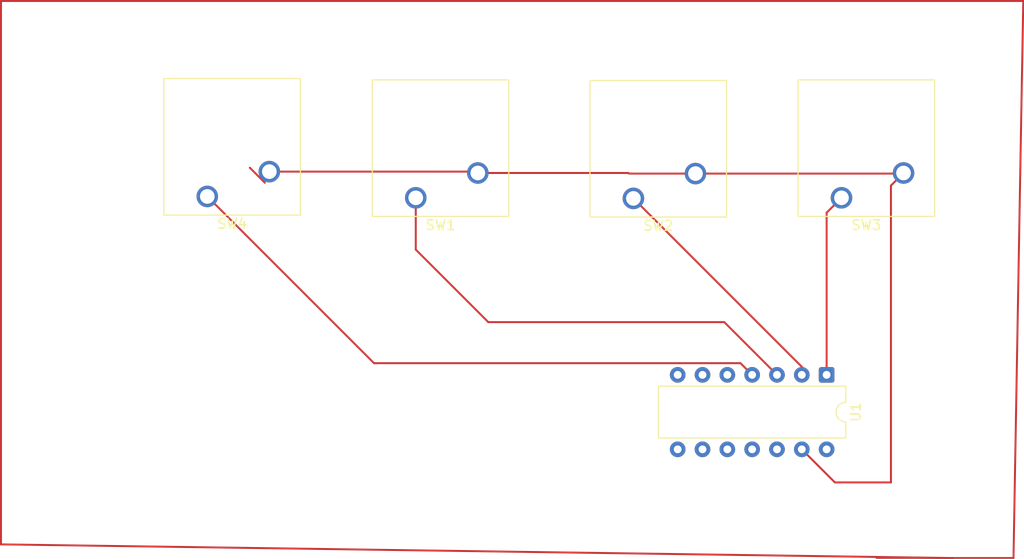
<source format=kicad_pcb>
(kicad_pcb (version 20241229) (generator "pcbnew") (generator_version "9.0")
  (layers (0 "F.Cu" signal) (2 "B.Cu" signal) (13 "F.Paste" user) (15 "B.Paste" user) (5 "F.SilkS" user "F.Silkscreen") (7 "B.SilkS" user "B.Silkscreen") (1 "F.Mask" user) (3 "B.Mask" user) (25 "Edge.Cuts" user))
  (net 0 "")
  (net 1 "Net-(U1-GND)")
  (net 2 "Net-(U1-PA10_A2_D2)")
  (net 3 "Net-(U1-PA4_A1_D1)")
  (net 4 "Net-(U1-PA02_A0_D0)")
  (net 5 "Net-(U1-PA11_A3_D3)")
  (footprint "Button_Switch_Keyboard:SW_Cherry_MX_1.00u_PCB" (layer "F.Cu") (at 129.64 90.54 180)
    (property "Reference" "SW1" (at -2.54 -2.794 0) (layer "F.SilkS"))
    (property "Value" "SW_Push")
    (fp_line (start 4.445 12.065) (end -9.525 12.065) (stroke (width 0.12)) (layer "F.SilkS"))
    (fp_line (start 4.445 -1.905) (end 4.445 12.065) (stroke (width 0.12)) (layer "F.SilkS"))
    (fp_line (start -9.525 12.065) (end -9.525 -1.905) (stroke (width 0.12)) (layer "F.SilkS"))
    (fp_line (start -9.525 -1.905) (end 4.445 -1.905) (stroke (width 0.12)) (layer "F.SilkS"))
    (pad "" np_thru_hole circle (at -7.62 5.08 180) (size 1.7 1.7) (drill 1.7) (layers "*.Cu" "*.Mask"))
    (pad "" np_thru_hole circle (at -2.54 5.08 180) (size 4 4) (drill 4) (layers "*.Cu" "*.Mask"))
    (pad "" np_thru_hole circle (at 2.54 5.08 180) (size 1.7 1.7) (drill 1.7) (layers "*.Cu" "*.Mask"))
    (pad "1" thru_hole circle (at 0 0 180) (size 2.2 2.2) (drill 1.5) (layers "*.Cu" "*.Mask") (net 2 "Net-(U1-PA10_A2_D2)"))
    (pad "2" thru_hole circle (at -6.35 2.54 180) (size 2.2 2.2) (drill 1.5) (layers "*.Cu" "*.Mask") (net 1 "Net-(U1-GND)"))
  )
  (footprint "Button_Switch_Keyboard:SW_Cherry_MX_1.00u_PCB" (layer "F.Cu") (at 173.2 90.54 180)
    (property "Reference" "SW3" (at -2.54 -2.794 0) (layer "F.SilkS"))
    (property "Value" "SW_Push")
    (fp_line (start 4.445 12.065) (end -9.525 12.065) (stroke (width 0.12)) (layer "F.SilkS"))
    (fp_line (start 4.445 -1.905) (end 4.445 12.065) (stroke (width 0.12)) (layer "F.SilkS"))
    (fp_line (start -9.525 12.065) (end -9.525 -1.905) (stroke (width 0.12)) (layer "F.SilkS"))
    (fp_line (start -9.525 -1.905) (end 4.445 -1.905) (stroke (width 0.12)) (layer "F.SilkS"))
    (pad "" np_thru_hole circle (at -7.62 5.08 180) (size 1.7 1.7) (drill 1.7) (layers "*.Cu" "*.Mask"))
    (pad "" np_thru_hole circle (at -2.54 5.08 180) (size 4 4) (drill 4) (layers "*.Cu" "*.Mask"))
    (pad "" np_thru_hole circle (at 2.54 5.08 180) (size 1.7 1.7) (drill 1.7) (layers "*.Cu" "*.Mask"))
    (pad "1" thru_hole circle (at 0 0 180) (size 2.2 2.2) (drill 1.5) (layers "*.Cu" "*.Mask") (net 4 "Net-(U1-PA02_A0_D0)"))
    (pad "2" thru_hole circle (at -6.35 2.54 180) (size 2.2 2.2) (drill 1.5) (layers "*.Cu" "*.Mask") (net 1 "Net-(U1-GND)"))
  )
  (footprint "Button_Switch_Keyboard:SW_Cherry_MX_1.00u_PCB" (layer "F.Cu") (at 151.91 90.6 180)
    (property "Reference" "SW2" (at -2.54 -2.794 0) (layer "F.SilkS"))
    (property "Value" "SW_Push")
    (fp_line (start 4.445 12.065) (end -9.525 12.065) (stroke (width 0.12)) (layer "F.SilkS"))
    (fp_line (start 4.445 -1.905) (end 4.445 12.065) (stroke (width 0.12)) (layer "F.SilkS"))
    (fp_line (start -9.525 12.065) (end -9.525 -1.905) (stroke (width 0.12)) (layer "F.SilkS"))
    (fp_line (start -9.525 -1.905) (end 4.445 -1.905) (stroke (width 0.12)) (layer "F.SilkS"))
    (pad "" np_thru_hole circle (at -7.62 5.08 180) (size 1.7 1.7) (drill 1.7) (layers "*.Cu" "*.Mask"))
    (pad "" np_thru_hole circle (at -2.54 5.08 180) (size 4 4) (drill 4) (layers "*.Cu" "*.Mask"))
    (pad "" np_thru_hole circle (at 2.54 5.08 180) (size 1.7 1.7) (drill 1.7) (layers "*.Cu" "*.Mask"))
    (pad "1" thru_hole circle (at 0 0 180) (size 2.2 2.2) (drill 1.5) (layers "*.Cu" "*.Mask") (net 3 "Net-(U1-PA4_A1_D1)"))
    (pad "2" thru_hole circle (at -6.35 2.54 180) (size 2.2 2.2) (drill 1.5) (layers "*.Cu" "*.Mask") (net 1 "Net-(U1-GND)"))
  )
  (footprint "Package_DIP:CERDIP-14_W7.62mm_SideBrazed" (layer "F.Cu") (at 171.68 108.655 -90)
    (property "Reference" "U1" (at 3.81 -2.965 90) (layer "F.SilkS"))
    (property "Value" "MOUDLE-SEEEDUINO-XIAO" (hide yes))
    (fp_line (start 1.16 17.205) (end 6.46 17.205) (stroke (width 0.12)) (layer "F.SilkS"))
    (fp_line (start 6.46 17.205) (end 6.46 -1.965) (stroke (width 0.12)) (layer "F.SilkS"))
    (fp_line (start 1.16 -1.965) (end 1.16 17.205) (stroke (width 0.12)) (layer "F.SilkS"))
    (fp_line (start 2.81 -1.965) (end 1.16 -1.965) (stroke (width 0.12)) (layer "F.SilkS"))
    (fp_line (start 6.46 -1.965) (end 4.81 -1.965) (stroke (width 0.12)) (layer "F.SilkS"))
    (fp_arc (start 4.81 -1.965) (mid 3.81 -0.965) (end 2.81 -1.965) (stroke (width 0.12)) (layer "F.SilkS"))
    (pad "1" thru_hole roundrect (at 0 0 270) (size 1.6 1.6) (drill 0.8) (layers "*.Cu" "*.Mask") (roundrect_rratio 0.15625) (net 4 "Net-(U1-PA02_A0_D0)"))
    (pad "2" thru_hole circle (at 0 2.54 270) (size 1.6 1.6) (drill 0.8) (layers "*.Cu" "*.Mask") (net 3 "Net-(U1-PA4_A1_D1)"))
    (pad "3" thru_hole circle (at 0 5.08 270) (size 1.6 1.6) (drill 0.8) (layers "*.Cu" "*.Mask") (net 2 "Net-(U1-PA10_A2_D2)"))
    (pad "4" thru_hole circle (at 0 7.62 270) (size 1.6 1.6) (drill 0.8) (layers "*.Cu" "*.Mask") (net 5 "Net-(U1-PA11_A3_D3)"))
    (pad "5" thru_hole circle (at 0 10.16 270) (size 1.6 1.6) (drill 0.8) (layers "*.Cu" "*.Mask"))
    (pad "6" thru_hole circle (at 0 12.7 270) (size 1.6 1.6) (drill 0.8) (layers "*.Cu" "*.Mask"))
    (pad "7" thru_hole circle (at 0 15.24 270) (size 1.6 1.6) (drill 0.8) (layers "*.Cu" "*.Mask"))
    (pad "8" thru_hole circle (at 7.62 15.24 270) (size 1.6 1.6) (drill 0.8) (layers "*.Cu" "*.Mask"))
    (pad "9" thru_hole circle (at 7.62 12.7 270) (size 1.6 1.6) (drill 0.8) (layers "*.Cu" "*.Mask"))
    (pad "10" thru_hole circle (at 7.62 10.16 270) (size 1.6 1.6) (drill 0.8) (layers "*.Cu" "*.Mask"))
    (pad "11" thru_hole circle (at 7.62 7.62 270) (size 1.6 1.6) (drill 0.8) (layers "*.Cu" "*.Mask"))
    (pad "12" thru_hole circle (at 7.62 5.08 270) (size 1.6 1.6) (drill 0.8) (layers "*.Cu" "*.Mask"))
    (pad "13" thru_hole circle (at 7.62 2.54 270) (size 1.6 1.6) (drill 0.8) (layers "*.Cu" "*.Mask") (net 1 "Net-(U1-GND)"))
    (pad "14" thru_hole circle (at 7.62 0 270) (size 1.6 1.6) (drill 0.8) (layers "*.Cu" "*.Mask"))
  )
  (footprint "Button_Switch_Keyboard:SW_Cherry_MX_1.00u_PCB" (layer "F.Cu") (at 108.31 90.4 180)
    (property "Reference" "SW4" (at -2.54 -2.794 0) (layer "F.SilkS"))
    (property "Value" "SW_Push")
    (fp_line (start 4.445 12.065) (end -9.525 12.065) (stroke (width 0.12)) (layer "F.SilkS"))
    (fp_line (start 4.445 -1.905) (end 4.445 12.065) (stroke (width 0.12)) (layer "F.SilkS"))
    (fp_line (start -9.525 12.065) (end -9.525 -1.905) (stroke (width 0.12)) (layer "F.SilkS"))
    (fp_line (start -9.525 -1.905) (end 4.445 -1.905) (stroke (width 0.12)) (layer "F.SilkS"))
    (pad "" np_thru_hole circle (at -7.62 5.08 180) (size 1.7 1.7) (drill 1.7) (layers "*.Cu" "*.Mask"))
    (pad "" np_thru_hole circle (at -2.54 5.08 180) (size 4 4) (drill 4) (layers "*.Cu" "*.Mask"))
    (pad "" np_thru_hole circle (at 2.54 5.08 180) (size 1.7 1.7) (drill 1.7) (layers "*.Cu" "*.Mask"))
    (pad "1" thru_hole circle (at 0 0 180) (size 2.2 2.2) (drill 1.5) (layers "*.Cu" "*.Mask") (net 5 "Net-(U1-PA11_A3_D3)"))
    (pad "2" thru_hole circle (at -6.35 2.54 180) (size 2.2 2.2) (drill 1.5) (layers "*.Cu" "*.Mask") (net 1 "Net-(U1-GND)"))
  )
  (gr_line (start 87.2 70.4) (end 191.8 70.4) (stroke (width 0.2)) (layer "F.Cu"))
  (gr_line (start 87.2 126) (end 87.2 70.4) (stroke (width 0.2)) (layer "F.Cu"))
  (gr_line (start 191.8 70.4) (end 190.8 127.4) (stroke (width 0.2)) (layer "F.Cu"))
  (gr_line (start 184.6 127.4) (end 87.2 126) (stroke (width 0.2)) (layer "F.Cu"))
  (gr_line (start 190.8 127.4) (end 176.8 127.4) (stroke (width 0.2)) (layer "F.Cu"))
  (segment (start 135.85 87.86) (end 135.99 88) (width 0.2) (layer "F.Cu") (net 1))
  (segment (start 179.49 88.06) (end 179.55 88) (width 0.2) (layer "F.Cu") (net 1))
  (segment (start 172.525 119.66) (end 169.14 116.275) (width 0.2) (layer "F.Cu") (net 1))
  (segment (start 179.55 88) (end 178.26 89.29) (width 0.2) (layer "F.Cu") (net 1))
  (segment (start 151.46 88.06) (end 158.26 88.06) (width 0.2) (layer "F.Cu") (net 1))
  (segment (start 158.26 88.06) (end 179.49 88.06) (width 0.2) (layer "F.Cu") (net 1))
  (segment (start 178.26 119.66) (end 172.525 119.66) (width 0.2) (layer "F.Cu") (net 1))
  (segment (start 114.66 87.86) (end 135.85 87.86) (width 0.2) (layer "F.Cu") (net 1))
  (segment (start 178.26 89.29) (end 178.26 119.66) (width 0.2) (layer "F.Cu") (net 1))
  (segment (start 112.66 87.46) (end 114.2 89) (width 0.2) (layer "F.Cu") (net 1))
  (segment (start 135.99 88) (end 151.4 88) (width 0.2) (layer "F.Cu") (net 1))
  (segment (start 151.4 88) (end 151.46 88.06) (width 0.2) (layer "F.Cu") (net 1))
  (segment (start 137.06 103.26) (end 161.205 103.26) (width 0.2) (layer "F.Cu") (net 2))
  (segment (start 161.205 103.26) (end 166.6 108.655) (width 0.2) (layer "F.Cu") (net 2))
  (segment (start 129.64 90.54) (end 129.64 95.84) (width 0.2) (layer "F.Cu") (net 2))
  (segment (start 129.64 95.84) (end 137.06 103.26) (width 0.2) (layer "F.Cu") (net 2))
  (segment (start 169.14 107.83) (end 169.14 108.655) (width 0.2) (layer "F.Cu") (net 3))
  (segment (start 151.91 90.6) (end 169.14 107.83) (width 0.2) (layer "F.Cu") (net 3))
  (segment (start 173.2 90.54) (end 171.68 92.06) (width 0.2) (layer "F.Cu") (net 4))
  (segment (start 171.68 92.06) (end 171.68 108.655) (width 0.2) (layer "F.Cu") (net 4))
  (segment (start 162.865 107.46) (end 164.06 108.655) (width 0.2) (layer "F.Cu") (net 5))
  (segment (start 108.31 90.4) (end 125.37 107.46) (width 0.2) (layer "F.Cu") (net 5))
  (segment (start 125.37 107.46) (end 162.865 107.46) (width 0.2) (layer "F.Cu") (net 5))
)
</source>
